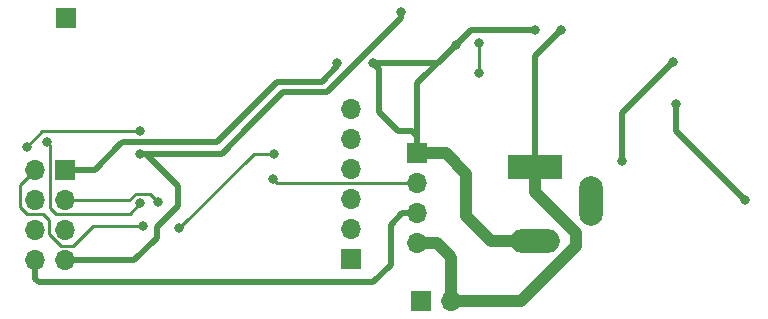
<source format=gbr>
%TF.GenerationSoftware,KiCad,Pcbnew,6.0.11-2627ca5db0~126~ubuntu20.04.1*%
%TF.CreationDate,2023-04-18T17:20:39+02:00*%
%TF.ProjectId,Giger-counter-addon,47696765-722d-4636-9f75-6e7465722d61,rev?*%
%TF.SameCoordinates,Original*%
%TF.FileFunction,Copper,L2,Bot*%
%TF.FilePolarity,Positive*%
%FSLAX46Y46*%
G04 Gerber Fmt 4.6, Leading zero omitted, Abs format (unit mm)*
G04 Created by KiCad (PCBNEW 6.0.11-2627ca5db0~126~ubuntu20.04.1) date 2023-04-18 17:20:39*
%MOMM*%
%LPD*%
G01*
G04 APERTURE LIST*
%TA.AperFunction,ComponentPad*%
%ADD10R,1.700000X1.700000*%
%TD*%
%TA.AperFunction,ComponentPad*%
%ADD11O,1.700000X1.700000*%
%TD*%
%TA.AperFunction,ComponentPad*%
%ADD12R,4.600000X2.000000*%
%TD*%
%TA.AperFunction,ComponentPad*%
%ADD13O,4.200000X2.000000*%
%TD*%
%TA.AperFunction,ComponentPad*%
%ADD14O,2.000000X4.200000*%
%TD*%
%TA.AperFunction,ViaPad*%
%ADD15C,0.800000*%
%TD*%
%TA.AperFunction,Conductor*%
%ADD16C,1.000000*%
%TD*%
%TA.AperFunction,Conductor*%
%ADD17C,0.500000*%
%TD*%
%TA.AperFunction,Conductor*%
%ADD18C,0.250000*%
%TD*%
G04 APERTURE END LIST*
D10*
%TO.P,J3,1,Pin_1*%
%TO.N,GND*%
X121870000Y-113870000D03*
D11*
%TO.P,J3,2,Pin_2*%
%TO.N,Pulse_pin*%
X121870000Y-116410000D03*
%TO.P,J3,3,Pin_3*%
%TO.N,+5V*%
X121870000Y-118950000D03*
%TO.P,J3,4,Pin_4*%
%TO.N,+9V*%
X121870000Y-121490000D03*
%TD*%
D10*
%TO.P,J4,1,Pin_1*%
%TO.N,GND*%
X116270000Y-122780000D03*
D11*
%TO.P,J4,2,Pin_2*%
%TO.N,/GPIO-0*%
X116270000Y-120240000D03*
%TO.P,J4,3,Pin_3*%
%TO.N,Net-(J4-Pad3)*%
X116270000Y-117700000D03*
%TO.P,J4,4,Pin_4*%
%TO.N,/Tx*%
X116270000Y-115160000D03*
%TO.P,J4,5,Pin_5*%
%TO.N,/Rx*%
X116270000Y-112620000D03*
%TO.P,J4,6,Pin_6*%
%TO.N,/Reset*%
X116270000Y-110080000D03*
%TD*%
D10*
%TO.P,J1,1,Pin_1*%
%TO.N,GND*%
X92060000Y-115270000D03*
D11*
%TO.P,J1,2,Pin_2*%
%TO.N,/GPIO-12*%
X89520000Y-115270000D03*
%TO.P,J1,3,Pin_3*%
%TO.N,/GPIO-10*%
X92060000Y-117810000D03*
%TO.P,J1,4,Pin_4*%
%TO.N,/GPIO-9*%
X89520000Y-117810000D03*
%TO.P,J1,5,Pin_5*%
%TO.N,/GPIO-5*%
X92060000Y-120350000D03*
%TO.P,J1,6,Pin_6*%
%TO.N,/ADC*%
X89520000Y-120350000D03*
%TO.P,J1,7,Pin_7*%
%TO.N,+3.3V*%
X92060000Y-122890000D03*
%TO.P,J1,8,Pin_8*%
%TO.N,+5V*%
X89520000Y-122890000D03*
%TD*%
D12*
%TO.P,J6,1*%
%TO.N,+9V*%
X131800000Y-115000000D03*
D13*
%TO.P,J6,2*%
%TO.N,GND*%
X131800000Y-121300000D03*
D14*
%TO.P,J6,3*%
%TO.N,unconnected-(J6-Pad3)*%
X136600000Y-117900000D03*
%TD*%
D10*
%TO.P,J5,1,Pin_1*%
%TO.N,GND*%
X122200000Y-126400000D03*
D11*
%TO.P,J5,2,Pin_2*%
%TO.N,+9V*%
X124740000Y-126400000D03*
%TD*%
D10*
%TO.P,J2,1,Pin_1*%
%TO.N,Net-(J2-Pad1)*%
X92120000Y-102400000D03*
%TD*%
D15*
%TO.N,+9V*%
X134000000Y-103400000D03*
%TO.N,GND*%
X131800000Y-103400000D03*
X125100000Y-104700000D03*
X118100000Y-106200000D03*
X115100000Y-106200000D03*
%TO.N,+5V*%
X149606000Y-117856000D03*
X127100000Y-104500000D03*
X143764000Y-109728000D03*
X127100000Y-107100000D03*
%TO.N,+3.3V*%
X98400000Y-113900000D03*
X120500000Y-101900000D03*
%TO.N,Net-(D1-Pad1)*%
X139192000Y-114554000D03*
X143510000Y-106172000D03*
%TO.N,/GPIO-12*%
X98600000Y-120000000D03*
%TO.N,/GPIO-10*%
X99900000Y-118000000D03*
%TO.N,/GPIO-5*%
X109700000Y-113900000D03*
X101700000Y-120200000D03*
%TO.N,/ADC*%
X88800000Y-113300000D03*
X98400000Y-112000000D03*
%TO.N,BEEPER*%
X90500000Y-112900000D03*
X98400000Y-118100000D03*
%TO.N,Pulse_pin*%
X109600000Y-116000000D03*
%TD*%
D16*
%TO.N,+9V*%
X124600000Y-122600000D02*
X124740000Y-122740000D01*
X135300000Y-121748000D02*
X130648000Y-126400000D01*
X130648000Y-126400000D02*
X124740000Y-126400000D01*
X135300000Y-120600000D02*
X135300000Y-121748000D01*
X121870000Y-121490000D02*
X123490000Y-121490000D01*
X131800000Y-117100000D02*
X135300000Y-120600000D01*
D17*
X131800000Y-115000000D02*
X131800000Y-105600000D01*
D16*
X123490000Y-121490000D02*
X124600000Y-122600000D01*
X131800000Y-115000000D02*
X131800000Y-117100000D01*
X124740000Y-122740000D02*
X124740000Y-126400000D01*
D17*
X131800000Y-105600000D02*
X134000000Y-103400000D01*
D16*
%TO.N,GND*%
X126000000Y-115600000D02*
X126000000Y-119200000D01*
D17*
X131800000Y-103400000D02*
X126400000Y-103400000D01*
X115100000Y-106500000D02*
X115100000Y-106200000D01*
X104900000Y-112900000D02*
X110000000Y-107800000D01*
D16*
X121870000Y-113870000D02*
X124270000Y-113870000D01*
D17*
X118600000Y-106700000D02*
X118600000Y-110400000D01*
D16*
X128100000Y-121300000D02*
X131800000Y-121300000D01*
D17*
X121400000Y-112000000D02*
X121870000Y-112470000D01*
X96900000Y-112900000D02*
X103300000Y-112900000D01*
X121870000Y-107930000D02*
X121870000Y-113870000D01*
X113800000Y-107800000D02*
X115100000Y-106500000D01*
X118100000Y-106200000D02*
X118600000Y-106700000D01*
X126400000Y-103400000D02*
X125100000Y-104700000D01*
D16*
X124270000Y-113870000D02*
X126000000Y-115600000D01*
D17*
X96700000Y-113100000D02*
X96900000Y-112900000D01*
X121870000Y-112470000D02*
X121870000Y-113870000D01*
X110000000Y-107800000D02*
X113800000Y-107800000D01*
X92060000Y-115270000D02*
X94530000Y-115270000D01*
D16*
X126000000Y-119200000D02*
X128100000Y-121300000D01*
D17*
X118100000Y-106200000D02*
X123600000Y-106200000D01*
X125100000Y-104700000D02*
X121870000Y-107930000D01*
X123600000Y-106200000D02*
X125100000Y-104700000D01*
X103300000Y-112900000D02*
X104900000Y-112900000D01*
X94530000Y-115270000D02*
X96700000Y-113100000D01*
X120200000Y-112000000D02*
X121400000Y-112000000D01*
X118600000Y-110400000D02*
X120200000Y-112000000D01*
%TO.N,+5V*%
X143764000Y-109728000D02*
X143764000Y-112014000D01*
X119600000Y-119900000D02*
X119600000Y-123300000D01*
X89800000Y-124800000D02*
X89520000Y-124520000D01*
X119600000Y-123300000D02*
X118100000Y-124800000D01*
D18*
X127100000Y-104500000D02*
X127100000Y-107100000D01*
D17*
X121870000Y-118950000D02*
X120550000Y-118950000D01*
X118100000Y-124800000D02*
X89800000Y-124800000D01*
X120550000Y-118950000D02*
X119600000Y-119900000D01*
X143764000Y-112014000D02*
X149606000Y-117856000D01*
X89520000Y-124520000D02*
X89520000Y-122890000D01*
%TO.N,+3.3V*%
X97910000Y-122890000D02*
X92060000Y-122890000D01*
X105300000Y-113900000D02*
X107700000Y-111500000D01*
X98400000Y-113900000D02*
X105300000Y-113900000D01*
X101600000Y-116600000D02*
X101600000Y-118300000D01*
X98400000Y-113900000D02*
X98900000Y-113900000D01*
X112800000Y-108700000D02*
X114200000Y-108700000D01*
X98900000Y-113900000D02*
X101600000Y-116600000D01*
X110500000Y-108700000D02*
X112800000Y-108700000D01*
X118000000Y-104900000D02*
X120500000Y-102400000D01*
X99800000Y-120100000D02*
X99800000Y-121000000D01*
X99800000Y-121000000D02*
X97910000Y-122890000D01*
X101600000Y-118300000D02*
X99800000Y-120100000D01*
X114200000Y-108700000D02*
X118000000Y-104900000D01*
X107700000Y-111500000D02*
X110500000Y-108700000D01*
X120500000Y-102400000D02*
X120500000Y-101900000D01*
%TO.N,Net-(D1-Pad1)*%
X139192000Y-110490000D02*
X143510000Y-106172000D01*
X139192000Y-114554000D02*
X139192000Y-110490000D01*
D18*
%TO.N,/GPIO-12*%
X90695000Y-120695000D02*
X90695000Y-119495000D01*
X88200000Y-116590000D02*
X89520000Y-115270000D01*
X94400000Y-120000000D02*
X92700000Y-121700000D01*
X91700000Y-121700000D02*
X90695000Y-120695000D01*
X90695000Y-119495000D02*
X90200000Y-119000000D01*
X90200000Y-119000000D02*
X88800000Y-119000000D01*
X88800000Y-119000000D02*
X88200000Y-118400000D01*
X98600000Y-120000000D02*
X94400000Y-120000000D01*
X88200000Y-118400000D02*
X88200000Y-116590000D01*
X92700000Y-121700000D02*
X91700000Y-121700000D01*
%TO.N,/GPIO-10*%
X99200000Y-117300000D02*
X99900000Y-118000000D01*
X97490000Y-117810000D02*
X98000000Y-117300000D01*
X92060000Y-117810000D02*
X97490000Y-117810000D01*
X98000000Y-117300000D02*
X99200000Y-117300000D01*
%TO.N,/GPIO-5*%
X108000000Y-113900000D02*
X109700000Y-113900000D01*
X101700000Y-120200000D02*
X108000000Y-113900000D01*
%TO.N,/ADC*%
X90100000Y-112000000D02*
X88800000Y-113300000D01*
X98400000Y-112000000D02*
X90100000Y-112000000D01*
%TO.N,BEEPER*%
X90769278Y-113169278D02*
X90500000Y-112900000D01*
X91285000Y-118985000D02*
X90769278Y-118469278D01*
X98400000Y-118100000D02*
X97515000Y-118985000D01*
X90769278Y-118469278D02*
X90769278Y-116569278D01*
X90769278Y-116569278D02*
X90769278Y-113169278D01*
X97515000Y-118985000D02*
X91285000Y-118985000D01*
%TO.N,Pulse_pin*%
X109600000Y-116000000D02*
X110000000Y-116400000D01*
X115900000Y-116400000D02*
X115910000Y-116410000D01*
X110000000Y-116400000D02*
X115900000Y-116400000D01*
X115910000Y-116410000D02*
X121870000Y-116410000D01*
%TD*%
M02*

</source>
